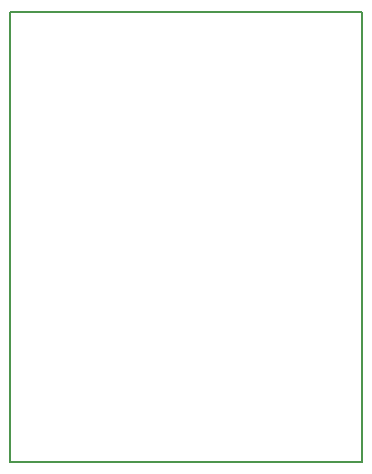
<source format=gm1>
G04 #@! TF.FileFunction,Profile,NP*
%FSLAX46Y46*%
G04 Gerber Fmt 4.6, Leading zero omitted, Abs format (unit mm)*
G04 Created by KiCad (PCBNEW 4.0.7-e1-6374~58~ubuntu16.04.1) date Tue Aug 22 04:57:07 2017*
%MOMM*%
%LPD*%
G01*
G04 APERTURE LIST*
%ADD10C,0.100000*%
%ADD11C,0.150000*%
G04 APERTURE END LIST*
D10*
D11*
X119380000Y-130810000D02*
X119380000Y-92710000D01*
X89535000Y-130810000D02*
X119380000Y-130810000D01*
X89535000Y-92710000D02*
X89535000Y-130810000D01*
X119380000Y-92710000D02*
X89535000Y-92710000D01*
M02*

</source>
